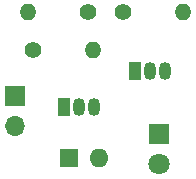
<source format=gbr>
%TF.GenerationSoftware,KiCad,Pcbnew,(5.1.12)-1*%
%TF.CreationDate,2023-08-26T20:12:22+05:30*%
%TF.ProjectId,low battery inductor,6c6f7720-6261-4747-9465-727920696e64,rev?*%
%TF.SameCoordinates,Original*%
%TF.FileFunction,Soldermask,Top*%
%TF.FilePolarity,Negative*%
%FSLAX46Y46*%
G04 Gerber Fmt 4.6, Leading zero omitted, Abs format (unit mm)*
G04 Created by KiCad (PCBNEW (5.1.12)-1) date 2023-08-26 20:12:22*
%MOMM*%
%LPD*%
G01*
G04 APERTURE LIST*
%ADD10C,1.800000*%
%ADD11R,1.800000X1.800000*%
%ADD12O,1.700000X1.700000*%
%ADD13R,1.700000X1.700000*%
%ADD14O,1.400000X1.400000*%
%ADD15C,1.400000*%
%ADD16R,1.050000X1.500000*%
%ADD17O,1.050000X1.500000*%
%ADD18O,1.600000X1.600000*%
%ADD19R,1.600000X1.600000*%
G04 APERTURE END LIST*
D10*
%TO.C,D2*%
X157020000Y-84870000D03*
D11*
X157020000Y-82330000D03*
%TD*%
D12*
%TO.C,v1-12v1*%
X144825001Y-81665001D03*
D13*
X144825001Y-79125001D03*
%TD*%
D14*
%TO.C,R3*%
X159080000Y-72000000D03*
D15*
X154000000Y-72000000D03*
%TD*%
D14*
%TO.C,R2*%
X151450000Y-75225001D03*
D15*
X146370000Y-75225001D03*
%TD*%
D14*
%TO.C,R1*%
X145920000Y-72000000D03*
D15*
X151000000Y-72000000D03*
%TD*%
D16*
%TO.C,Q2*%
X155000000Y-77000000D03*
D17*
X157540000Y-77000000D03*
X156270000Y-77000000D03*
%TD*%
D16*
%TO.C,Q1*%
X149000000Y-80000000D03*
D17*
X151540000Y-80000000D03*
X150270000Y-80000000D03*
%TD*%
D18*
%TO.C,D1*%
X152000000Y-84325000D03*
D19*
X149460000Y-84325000D03*
%TD*%
M02*

</source>
